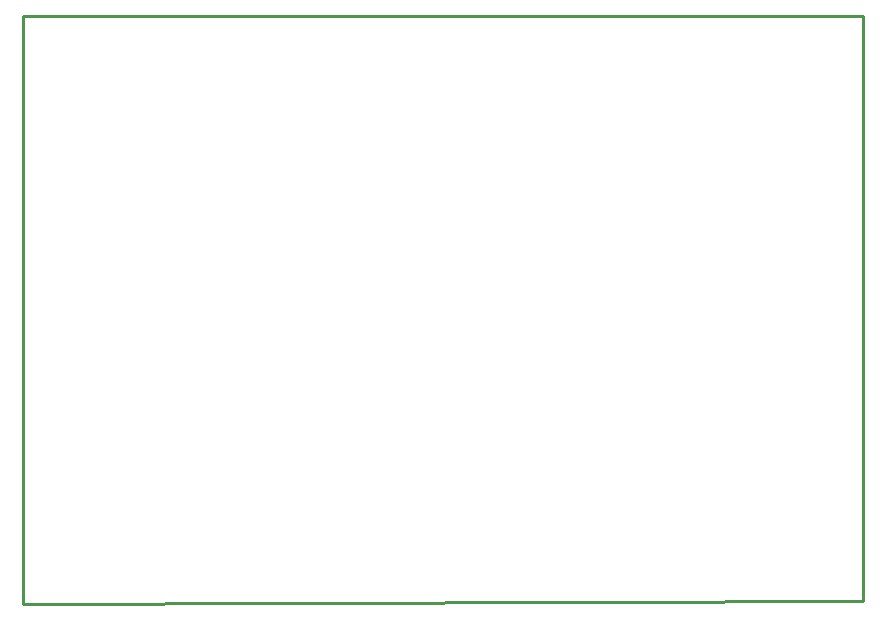
<source format=gko>
G04 Layer: BoardOutlineLayer*
G04 EasyEDA v6.5.5, 2022-06-01 22:07:46*
G04 5fa39ab79a2c48c687a51b611db9c60e,c96cdaf6a0e44fa3bb1e134f2b5c86cb,10*
G04 Gerber Generator version 0.2*
G04 Scale: 100 percent, Rotated: No, Reflected: No *
G04 Dimensions in millimeters *
G04 leading zeros omitted , absolute positions ,4 integer and 5 decimal *
%FSLAX45Y45*%
%MOMM*%

%ADD10C,0.2540*%
D10*
X0Y-4826000D02*
G01*
X7112000Y-4826000D01*
X7112000Y-4826000D02*
G01*
X7112000Y-9779000D01*
X0Y-9799998D01*
X0Y-4826000D01*

%LPD*%
M02*

</source>
